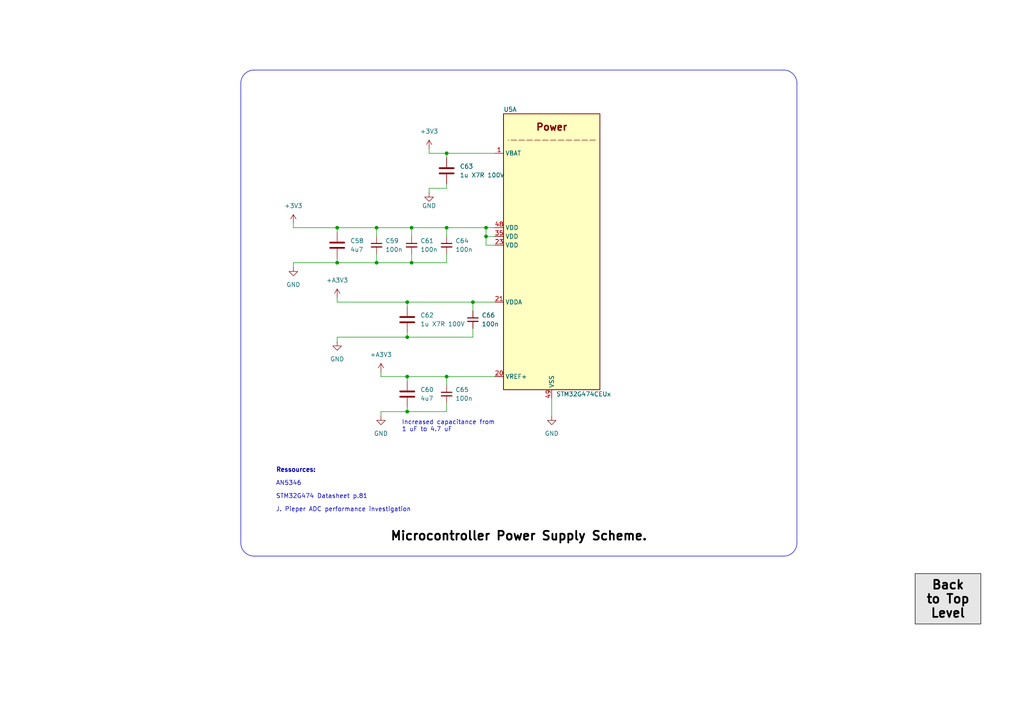
<source format=kicad_sch>
(kicad_sch (version 20230121) (generator eeschema)
  (paper "A4")
  (title_block (title "STM32G474 Power Domain") (date "2023-10-14") (rev "1.0") (company "EPFL Xplore") (comment 3 "Author: Vincent Nguyen"))
  (lib_symbols
    (symbol "0_mcu:STM32G474CEUx"
      (property "Reference" "U" (at -15.24 45.72 0))
      (property "Value" "STM32G474CEUx" (at 0 -49.53 0))
      (symbol "STM32G474CEUx_1_1"
        (rectangle (start -13.97 33.02) (end 13.97 -46.99) (stroke (width 0.254)) (fill (type background)))
        (polyline (pts (xy 12.7 25.4) (xy -12.7 25.4)) (stroke (width 0) (type dash)))
        (text "Power" (at 0 29.21 0) (effects (font (size 2 2) bold)))
        (pin power_in line (at -16.51 21.59 0) (length 2.54) (name "VBAT") (number "1"))
        (pin input line (at -16.51 -43.18 0) (length 2.54) (name "VREF+") (number "20"))
        (pin power_in line (at -16.51 -21.59 0) (length 2.54) (name "VDDA") (number "21"))
        (pin power_in line (at -16.51 -5.08 0) (length 2.54) (name "VDD") (number "23"))
        (pin power_in line (at -16.51 -2.54 0) (length 2.54) (name "VDD") (number "35"))
        (pin power_in line (at -16.51 0 0) (length 2.54) (name "VDD") (number "48"))
        (pin power_in line (at 0 -49.53 90) (length 2.54) (name "VSS") (number "49"))
      )
      (symbol "STM32G474CEUx_2_1"
        (rectangle (start -15.24 44.45) (end 15.24 -38.1) (fill (type background)))
        (polyline (pts (xy 13.97 36.83) (xy -13.97 36.83)) (stroke (width 0) (type dash)))
        (polyline (pts (xy -10.16 5.08) (xy -8.89 5.08) (xy -8.89 -35.56) (xy -10.16 -35.56)))
        (polyline (pts (xy -10.16 25.4) (xy -8.89 25.4) (xy -8.89 7.62) (xy -10.16 7.62)))
        (polyline (pts (xy -10.16 33.02) (xy -8.89 33.02) (xy -8.89 27.94) (xy -10.16 27.94)))
        (polyline (pts (xy 8.89 -12.7) (xy 7.62 -12.7) (xy 7.62 -5.08) (xy 8.89 -5.08)))
        (polyline (pts (xy 8.89 -2.54) (xy 7.62 -2.54) (xy 7.62 33.02) (xy 8.89 33.02)))
        (text "I/O" (at 0 40.64 0) (effects (font (size 2 2) bold)))
        (text "PORT A" (at 6.35 15.24 900) (effects (font (size 1.27 1.27)) (justify bottom)))
        (text "PORT B" (at -7.62 -15.24 900) (effects (font (size 1.27 1.27)) (justify top)))
        (text "PORT C" (at -7.62 16.51 900) (effects (font (size 1.27 1.27)) (justify top)))
        (text "PORT F" (at -7.62 30.48 900) (effects (font (size 1.27 1.27)) (justify top)))
        (text "SWD" (at 6.35 -8.89 900) (effects (font (size 1.27 1.27)) (justify bottom)))
        (pin bidirectional line (at 17.78 26.67 180) (length 2.54) (name "PA2") (number "10"))
        (pin bidirectional line (at 17.78 24.13 180) (length 2.54) (name "PA3") (number "11"))
        (pin bidirectional line (at 17.78 21.59 180) (length 2.54) (name "PA4") (number "12"))
        (pin bidirectional line (at 17.78 19.05 180) (length 2.54) (name "PA5") (number "13"))
        (pin bidirectional line (at 17.78 16.51 180) (length 2.54) (name "PA6") (number "14"))
        (pin bidirectional line (at 17.78 13.97 180) (length 2.54) (name "PA7") (number "15"))
        (pin bidirectional line (at -17.78 24.13 0) (length 2.54) (name "PC4") (number "16"))
        (pin bidirectional line (at -17.78 3.81 0) (length 2.54) (name "PB0") (number "17"))
        (pin bidirectional line (at -17.78 1.27 0) (length 2.54) (name "PB1") (number "18"))
        (pin bidirectional line (at -17.78 -1.27 0) (length 2.54) (name "PB2") (number "19"))
        (pin bidirectional line (at -17.78 13.97 0) (length 2.54) (name "PC13") (number "2"))
        (pin bidirectional line (at -17.78 -21.59 0) (length 2.54) (name "PB10") (number "22"))
        (pin bidirectional line (at -17.78 -24.13 0) (length 2.54) (name "PB11") (number "24"))
        (pin bidirectional line (at -17.78 -26.67 0) (length 2.54) (name "PB12") (number "25"))
        (pin bidirectional line (at -17.78 -29.21 0) (length 2.54) (name "PB13") (number "26"))
        (pin bidirectional line (at -17.78 -31.75 0) (length 2.54) (name "PB14") (number "27"))
        (pin bidirectional line (at -17.78 -34.29 0) (length 2.54) (name "PB15") (number "28"))
        (pin bidirectional line (at -17.78 21.59 0) (length 2.54) (name "PC6") (number "29"))
        (pin bidirectional line (at -17.78 11.43 0) (length 2.54) (name "PC14") (number "3"))
        (pin bidirectional line (at 17.78 11.43 180) (length 2.54) (name "PA8") (number "30"))
        (pin bidirectional line (at 17.78 8.89 180) (length 2.54) (name "PA9") (number "31"))
        (pin bidirectional line (at 17.78 6.35 180) (length 2.54) (name "PA10") (number "32"))
        (pin bidirectional line (at 17.78 3.81 180) (length 2.54) (name "PA11") (number "33"))
        (pin bidirectional line (at 17.78 1.27 180) (length 2.54) (name "PA12") (number "34"))
        (pin bidirectional line (at 17.78 -6.35 180) (length 2.54) (name "PA13") (number "36"))
        (pin bidirectional line (at 17.78 -8.89 180) (length 2.54) (name "PA14") (number "37"))
        (pin bidirectional line (at 17.78 -1.27 180) (length 2.54) (name "PA15") (number "38"))
        (pin bidirectional line (at -17.78 19.05 0) (length 2.54) (name "PC10") (number "39"))
        (pin bidirectional line (at -17.78 8.89 0) (length 2.54) (name "PC15") (number "4"))
        (pin bidirectional line (at -17.78 16.51 0) (length 2.54) (name "PC11") (number "40"))
        (pin bidirectional line (at -17.78 -3.81 0) (length 2.54) (name "PB3") (number "41"))
        (pin bidirectional line (at -17.78 -6.35 0) (length 2.54) (name "PB4") (number "42"))
        (pin bidirectional line (at -17.78 -8.89 0) (length 2.54) (name "PB5") (number "43"))
        (pin bidirectional line (at -17.78 -11.43 0) (length 2.54) (name "PB6") (number "44"))
        (pin bidirectional line (at -17.78 -13.97 0) (length 2.54) (name "PB7") (number "45"))
        (pin bidirectional line (at -17.78 -16.51 0) (length 2.54) (name "PB8") (number "46"))
        (pin bidirectional line (at -17.78 -19.05 0) (length 2.54) (name "PB9") (number "47"))
        (pin bidirectional line (at -17.78 31.75 0) (length 2.54) (name "PF0") (number "5"))
        (pin bidirectional line (at -17.78 29.21 0) (length 2.54) (name "PF1") (number "6"))
        (pin bidirectional line (at 17.78 -11.43 180) (length 2.54) (name "PG10") (number "7"))
        (pin bidirectional line (at 17.78 31.75 180) (length 2.54) (name "PA0") (number "8"))
        (pin bidirectional line (at 17.78 29.21 180) (length 2.54) (name "PA1") (number "9"))
      )
    )
    (symbol "0_power_symbols:+A3V3" (power) (pin_names (offset 0))
      (property "Value" "+A3V3" (at 0 3.556 0))
      (symbol "+A3V3_0_1"
        (polyline (pts (xy -0.762 1.27) (xy 0 2.54)))
        (polyline (pts (xy 0 0) (xy 0 2.54)))
        (polyline (pts (xy 0 2.54) (xy 0.762 1.27)))
      )
      (symbol "+A3V3_1_1"
        (pin power_in line (at 0 0 90) (length 0) hide (name "+A3V3") (number "1"))
      )
    )
    (symbol "Device:C" (pin_numbers hide) (pin_names (offset 0.254))
      (property "Reference" "C" (at 0.635 2.54 0))
      (property "Value" "C" (at 0.635 -2.54 0))
      (symbol "C_0_1"
        (polyline (pts (xy -2.032 -0.762) (xy 2.032 -0.762)) (stroke (width 0.508)))
        (polyline (pts (xy -2.032 0.762) (xy 2.032 0.762)) (stroke (width 0.508)))
      )
      (symbol "C_1_1"
        (pin passive line (at 0 3.81 270) (length 2.794) (name "~") (number "1"))
        (pin passive line (at 0 -3.81 90) (length 2.794) (name "~") (number "2"))
      )
    )
    (symbol "Device:C_Small" (pin_numbers hide) (pin_names (offset 0.254) hide)
      (property "Reference" "C" (at 0.254 1.778 0))
      (property "Value" "C_Small" (at 0.254 -2.032 0))
      (symbol "C_Small_0_1"
        (polyline (pts (xy -1.524 -0.508) (xy 1.524 -0.508)) (stroke (width 0.3302)))
        (polyline (pts (xy -1.524 0.508) (xy 1.524 0.508)) (stroke (width 0.3048)))
      )
      (symbol "C_Small_1_1"
        (pin passive line (at 0 2.54 270) (length 2.032) (name "~") (number "1"))
        (pin passive line (at 0 -2.54 90) (length 2.032) (name "~") (number "2"))
      )
    )
    (symbol "power:+3V3" (power) (pin_names (offset 0))
      (property "Value" "+3V3" (at 0 3.556 0))
      (symbol "+3V3_0_1"
        (polyline (pts (xy -0.762 1.27) (xy 0 2.54)))
        (polyline (pts (xy 0 0) (xy 0 2.54)))
        (polyline (pts (xy 0 2.54) (xy 0.762 1.27)))
      )
      (symbol "+3V3_1_1"
        (pin power_in line (at 0 0 90) (length 0) hide (name "+3V3") (number "1"))
      )
    )
    (symbol "power:GND" (power) (pin_names (offset 0))
      (property "Value" "GND" (at 0 -3.81 0))
      (symbol "GND_0_1"
        (polyline (pts (xy 0 0) (xy 0 -1.27) (xy 1.27 -1.27) (xy 0 -2.54) (xy -1.27 -1.27) (xy 0 -1.27)))
      )
      (symbol "GND_1_1"
        (pin power_in line (at 0 0 270) (length 0) hide (name "GND") (number "1"))
      )
    )
  )
  (junction (at 140.97 68.58))
  (junction (at 109.22 66.04))
  (junction (at 129.54 44.45))
  (junction (at 118.11 97.79))
  (junction (at 140.97 66.04))
  (junction (at 137.16 87.63))
  (junction (at 129.54 66.04))
  (junction (at 118.11 109.22))
  (junction (at 129.54 109.22))
  (junction (at 97.79 66.04))
  (junction (at 119.38 76.2))
  (junction (at 109.22 76.2))
  (junction (at 97.79 76.2))
  (junction (at 119.38 66.04))
  (junction (at 118.11 119.38))
  (junction (at 118.11 87.63))
  (wire (pts (xy 119.38 76.2) (xy 129.54 76.2)))
  (wire (pts (xy 85.09 77.47) (xy 85.09 76.2)))
  (wire (pts (xy 140.97 68.58) (xy 140.97 66.04)))
  (wire (pts (xy 137.16 87.63) (xy 143.51 87.63)))
  (wire (pts (xy 129.54 44.45) (xy 129.54 45.72)))
  (wire (pts (xy 109.22 76.2) (xy 109.22 73.66)))
  (wire (pts (xy 143.51 68.58) (xy 140.97 68.58)))
  (wire (pts (xy 129.54 119.38) (xy 118.11 119.38)))
  (wire (pts (xy 124.46 43.18) (xy 124.46 44.45)))
  (wire (pts (xy 129.54 109.22) (xy 143.51 109.22)))
  (wire (pts (xy 143.51 71.12) (xy 140.97 71.12)))
  (wire (pts (xy 129.54 53.34) (xy 129.54 54.61)))
  (wire (pts (xy 129.54 116.84) (xy 129.54 119.38)))
  (wire (pts (xy 137.16 97.79) (xy 137.16 95.25)))
  (polyline (pts (xy 231.14 24.13) (xy 231.14 157.48)))
  (wire (pts (xy 118.11 118.11) (xy 118.11 119.38)))
  (wire (pts (xy 97.79 67.31) (xy 97.79 66.04)))
  (wire (pts (xy 124.46 54.61) (xy 124.46 55.88)))
  (polyline (pts (xy 69.85 24.13) (xy 69.85 157.48)))
  (wire (pts (xy 129.54 66.04) (xy 140.97 66.04)))
  (wire (pts (xy 160.02 120.65) (xy 160.02 115.57)))
  (wire (pts (xy 140.97 71.12) (xy 140.97 68.58)))
  (wire (pts (xy 119.38 76.2) (xy 119.38 73.66)))
  (wire (pts (xy 140.97 66.04) (xy 143.51 66.04)))
  (wire (pts (xy 119.38 66.04) (xy 119.38 68.58)))
  (wire (pts (xy 97.79 86.36) (xy 97.79 87.63)))
  (wire (pts (xy 110.49 119.38) (xy 110.49 120.65)))
  (wire (pts (xy 124.46 44.45) (xy 129.54 44.45)))
  (wire (pts (xy 129.54 54.61) (xy 124.46 54.61)))
  (wire (pts (xy 129.54 76.2) (xy 129.54 73.66)))
  (wire (pts (xy 85.09 66.04) (xy 97.79 66.04)))
  (wire (pts (xy 118.11 87.63) (xy 118.11 88.9)))
  (wire (pts (xy 85.09 76.2) (xy 97.79 76.2)))
  (wire (pts (xy 118.11 110.49) (xy 118.11 109.22)))
  (wire (pts (xy 118.11 96.52) (xy 118.11 97.79)))
  (wire (pts (xy 129.54 44.45) (xy 143.51 44.45)))
  (wire (pts (xy 97.79 76.2) (xy 109.22 76.2)))
  (wire (pts (xy 97.79 99.06) (xy 97.79 97.79)))
  (wire (pts (xy 97.79 74.93) (xy 97.79 76.2)))
  (wire (pts (xy 118.11 97.79) (xy 137.16 97.79)))
  (wire (pts (xy 129.54 111.76) (xy 129.54 109.22)))
  (wire (pts (xy 85.09 64.77) (xy 85.09 66.04)))
  (wire (pts (xy 97.79 87.63) (xy 118.11 87.63)))
  (wire (pts (xy 129.54 66.04) (xy 129.54 68.58)))
  (polyline (pts (xy 73.66 161.29) (xy 227.33 161.29)))
  (wire (pts (xy 110.49 119.38) (xy 118.11 119.38)))
  (wire (pts (xy 97.79 97.79) (xy 118.11 97.79)))
  (wire (pts (xy 118.11 109.22) (xy 129.54 109.22)))
  (wire (pts (xy 109.22 66.04) (xy 119.38 66.04)))
  (wire (pts (xy 110.49 109.22) (xy 118.11 109.22)))
  (polyline (pts (xy 73.66 20.32) (xy 227.33 20.32)))
  (wire (pts (xy 137.16 87.63) (xy 137.16 90.17)))
  (wire (pts (xy 109.22 66.04) (xy 109.22 68.58)))
  (wire (pts (xy 110.49 107.95) (xy 110.49 109.22)))
  (wire (pts (xy 119.38 66.04) (xy 129.54 66.04)))
  (wire (pts (xy 97.79 66.04) (xy 109.22 66.04)))
  (wire (pts (xy 109.22 76.2) (xy 119.38 76.2)))
  (wire (pts (xy 118.11 87.63) (xy 137.16 87.63)))
  (arc (start 73.66 161.29) (mid 70.9659 160.1741) (end 69.85 157.48))
  (arc (start 231.14 157.48) (mid 230.0241 160.1741) (end 227.33 161.29))
  (arc (start 227.33 20.32) (mid 230.0241 21.4359) (end 231.14 24.13))
  (arc (start 69.85 24.13) (mid 70.9659 21.4359) (end 73.66 20.32))
  (text_box "Increased capacitance from 1 uF to 4.7 uF" (at 115.57 120.65 0) (size 30.48 10.16) (stroke (width -0.0001)) (effects (font (size 1.27 1.27)) (justify left top)))
  (text_box "Back to Top Level" (at 265.43 166.37 0) (size 19.05 14.605) (stroke (width 0) (color 0 0 0 1)) (fill (type color) (color 0 0 0 0.1)) (effects (font (size 2.54 2.54) (thickness 0.508) bold)))
  (text_box "Microcontroller Power Supply Scheme." (at 72.39 142.24 0) (size 156.21 16.51) (stroke (width -0.0001)) (effects (font (size 2.54 2.54) (thickness 0.508) bold) (justify bottom)))
  (text "J. Pieper ADC performance investigation" (at 80.01 148.59 0) (effects (font (size 1.27 1.27)) (justify left bottom)))
  (text "Ressources:" (at 80.01 137.16 0) (effects (font (size 1.27 1.27) bold) (justify left bottom)))
  (text "STM32G474 Datasheet p.81" (at 80.01 144.78 0) (effects (font (size 1.27 1.27)) (justify left bottom)))
  (text "AN5346" (at 80.01 140.97 0) (effects (font (size 1.27 1.27)) (justify left bottom)))
  (symbol (lib_id "Device:C_Small") (at 109.22 71.12 0) (unit 1)
    (property "Reference" "C59" (at 111.76 69.8563 0) (effects (justify left)))
    (property "Value" "100n" (at 111.76 72.3963 0) (effects (justify left)))
    (property "Footprint" "0_capacitor_smd:C_0402_1005_DensityHigh" (effects hide))
  )
  (symbol (lib_id "Device:C_Small") (at 137.16 92.71 0) (unit 1)
    (property "Reference" "C66" (at 139.7 91.4463 0) (effects (justify left)))
    (property "Value" "100n" (at 139.7 93.9863 0) (effects (justify left)))
    (property "Footprint" "0_capacitor_smd:C_0402_1005_DensityHigh" (effects hide))
  )
  (symbol (lib_id "Device:C_Small") (at 129.54 71.12 0) (unit 1)
    (property "Reference" "C64" (at 132.08 69.8563 0) (effects (justify left)))
    (property "Value" "100n" (at 132.08 72.3963 0) (effects (justify left)))
    (property "Footprint" "0_capacitor_smd:C_0402_1005_DensityHigh" (effects hide))
  )
  (symbol (lib_id "Device:C") (at 118.11 114.3 0) (unit 1)
    (property "Reference" "C60" (at 121.92 113.03 0) (effects (justify left)))
    (property "Value" "4u7" (at 121.92 115.57 0) (effects (justify left)))
    (property "Footprint" "0_capacitor_smd:C_0603_1608_DensityHigh" (effects hide))
  )
  (symbol (lib_id "0_power_symbols:+A3V3") (at 97.79 86.36 0) (unit 1)
    (property "Reference" "#PWR013" (effects hide))
    (property "Value" "+A3V3" (at 97.79 81.28 0))
  )
  (symbol (lib_id "Device:C") (at 118.11 92.71 0) (unit 1)
    (property "Reference" "C62" (at 121.92 91.44 0) (effects (justify left)))
    (property "Value" "1u X7R 100V" (at 121.92 93.98 0) (effects (justify left)))
    (property "Footprint" "0_capacitor_smd:C_0402_1005_DensityHigh" (effects hide))
  )
  (symbol (lib_id "power:+3V3") (at 85.09 64.77 0) (unit 1)
    (property "Reference" "#PWR011" (effects hide))
    (property "Value" "+3V3" (at 85.09 59.69 0))
  )
  (symbol (lib_id "power:GND") (at 110.49 120.65 0) (unit 1)
    (property "Reference" "#PWR016" (effects hide))
    (property "Value" "GND" (at 110.49 125.73 0))
  )
  (symbol (lib_id "0_power_symbols:+A3V3") (at 110.49 107.95 0) (unit 1)
    (property "Reference" "#PWR015" (effects hide))
    (property "Value" "+A3V3" (at 110.49 102.87 0))
  )
  (symbol (lib_id "Device:C") (at 129.54 49.53 0) (unit 1)
    (property "Reference" "C63" (at 133.35 48.26 0) (effects (justify left)))
    (property "Value" "1u X7R 100V" (at 133.35 50.8 0) (effects (justify left)))
    (property "Footprint" "0_capacitor_smd:C_0402_1005_DensityHigh" (effects hide))
  )
  (symbol (lib_id "power:GND") (at 85.09 77.47 0) (unit 1)
    (property "Reference" "#PWR012" (effects hide))
    (property "Value" "GND" (at 85.09 82.55 0))
  )
  (symbol (lib_id "power:+3V3") (at 124.46 43.18 0) (unit 1)
    (property "Reference" "#PWR017" (effects hide))
    (property "Value" "+3V3" (at 124.46 38.1 0))
  )
  (symbol (lib_id "Device:C_Small") (at 129.54 114.3 0) (unit 1)
    (property "Reference" "C65" (at 132.08 113.0363 0) (effects (justify left)))
    (property "Value" "100n" (at 132.08 115.5763 0) (effects (justify left)))
    (property "Footprint" "0_capacitor_smd:C_0402_1005_DensityHigh" (effects hide))
  )
  (symbol (lib_id "0_mcu:STM32G474CEUx") (at 160.02 66.04 0) (unit 1)
    (property "Reference" "U5" (at 146.05 31.75 0) (effects (justify left)))
    (property "Value" "STM32G474CEUx" (at 161.29 114.3 0) (effects (justify left)))
    (property "Footprint" "Package_DFN_QFN:QFN-48-1EP_7x7mm_P0.5mm_EP5.6x5.6mm" (effects hide))
    (property "Datasheet" "https://www.st.com/resource/en/datasheet/stm32g474ce.pdf" (effects hide))
  )
  (symbol (lib_id "power:GND") (at 160.02 120.65 0) (unit 1)
    (property "Reference" "#PWR019" (effects hide))
    (property "Value" "GND" (at 160.02 125.73 0))
  )
  (symbol (lib_id "power:GND") (at 124.46 55.88 0) (unit 1)
    (property "Reference" "#PWR018" (effects hide))
    (property "Value" "GND" (at 124.46 59.69 0))
  )
  (symbol (lib_id "Device:C_Small") (at 119.38 71.12 0) (unit 1)
    (property "Reference" "C61" (at 121.92 69.8563 0) (effects (justify left)))
    (property "Value" "100n" (at 121.92 72.3963 0) (effects (justify left)))
    (property "Footprint" "0_capacitor_smd:C_0402_1005_DensityHigh" (effects hide))
  )
  (symbol (lib_id "Device:C") (at 97.79 71.12 0) (unit 1)
    (property "Reference" "C58" (at 101.6 69.85 0) (effects (justify left)))
    (property "Value" "4u7" (at 101.6 72.39 0) (effects (justify left)))
    (property "Footprint" "0_capacitor_smd:C_0603_1608_DensityHigh" (effects hide))
  )
  (symbol (lib_id "power:GND") (at 97.79 99.06 0) (unit 1)
    (property "Reference" "#PWR014" (effects hide))
    (property "Value" "GND" (at 97.79 104.14 0))
  )
)
</source>
